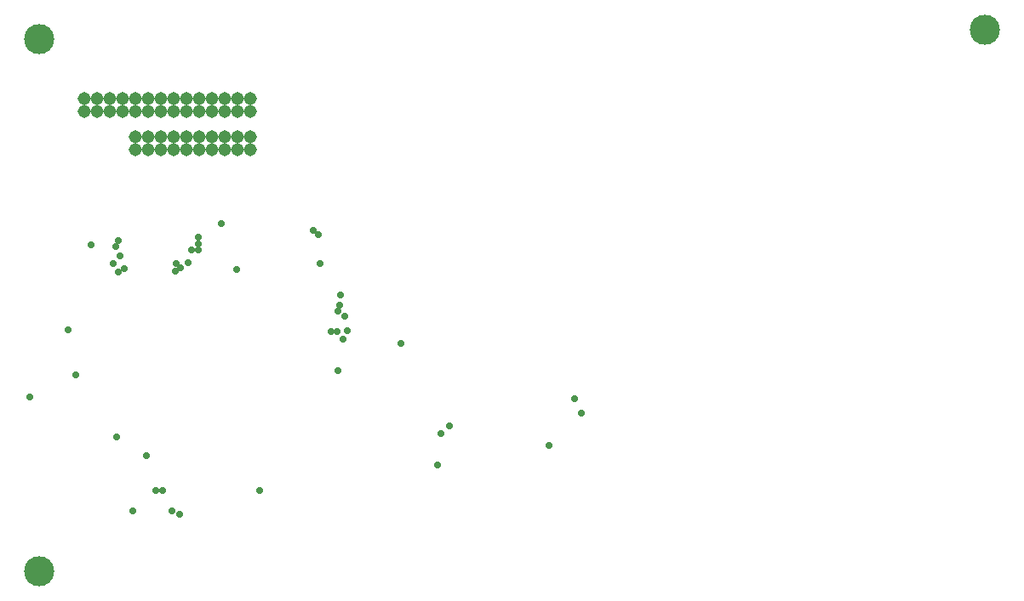
<source format=gbs>
G75*
G70*
%OFA0B0*%
%FSLAX24Y24*%
%IPPOS*%
%LPD*%
%AMOC8*
5,1,8,0,0,1.08239X$1,22.5*
%
%ADD10C,0.1182*%
%ADD11C,0.0516*%
%ADD12C,0.0280*%
D10*
X001681Y001631D03*
X001681Y022497D03*
X038689Y022891D03*
D11*
X009926Y020172D03*
X009426Y020172D03*
X008926Y020172D03*
X008426Y020172D03*
X008426Y019672D03*
X008926Y019672D03*
X009426Y019672D03*
X009926Y019672D03*
X009926Y018672D03*
X009426Y018672D03*
X008926Y018672D03*
X008426Y018672D03*
X008426Y018172D03*
X008926Y018172D03*
X009426Y018172D03*
X009926Y018172D03*
X007926Y018172D03*
X007426Y018172D03*
X006926Y018172D03*
X006426Y018172D03*
X005926Y018172D03*
X005426Y018172D03*
X005426Y018672D03*
X005926Y018672D03*
X006426Y018672D03*
X006926Y018672D03*
X007426Y018672D03*
X007926Y018672D03*
X007926Y019672D03*
X007426Y019672D03*
X006926Y019672D03*
X006426Y019672D03*
X005926Y019672D03*
X005426Y019672D03*
X004926Y019672D03*
X004426Y019672D03*
X003926Y019672D03*
X003426Y019672D03*
X003426Y020172D03*
X003926Y020172D03*
X004426Y020172D03*
X004926Y020172D03*
X005426Y020172D03*
X005926Y020172D03*
X006426Y020172D03*
X006926Y020172D03*
X007426Y020172D03*
X007926Y020172D03*
D12*
X008791Y015273D03*
X007918Y014752D03*
X007890Y014490D03*
X007889Y014230D03*
X007646Y014230D03*
X007510Y013739D03*
X007210Y013538D03*
X007037Y013704D03*
X006985Y013407D03*
X004991Y013501D03*
X004780Y013367D03*
X004582Y013706D03*
X004819Y014006D03*
X004669Y014375D03*
X004761Y014625D03*
X003715Y014441D03*
X002797Y011100D03*
X003096Y009334D03*
X001304Y008489D03*
X004704Y006904D03*
X005863Y006168D03*
X006238Y004807D03*
X006506Y004807D03*
X006867Y004012D03*
X007162Y003895D03*
X005321Y004012D03*
X010296Y004808D03*
X013374Y009506D03*
X013583Y010731D03*
X013723Y011065D03*
X013327Y011037D03*
X013087Y011047D03*
X013634Y011659D03*
X013356Y011834D03*
X013442Y012077D03*
X013478Y012472D03*
X012654Y013702D03*
X012599Y014850D03*
X012413Y015012D03*
X009412Y013464D03*
X015820Y010572D03*
X017731Y007350D03*
X017387Y007042D03*
X017279Y005803D03*
X021642Y006564D03*
X022903Y007850D03*
X022633Y008422D03*
M02*

</source>
